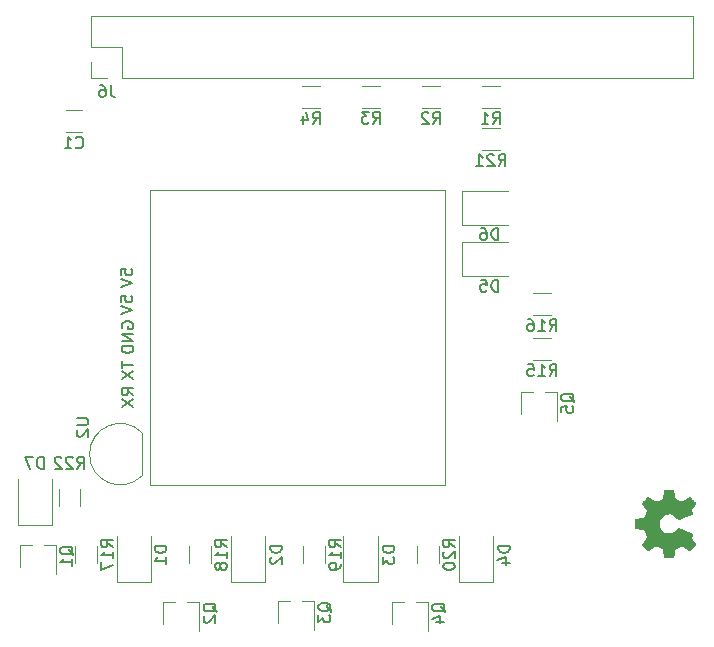
<source format=gbo>
G04 #@! TF.GenerationSoftware,KiCad,Pcbnew,7.0.6-0*
G04 #@! TF.CreationDate,2023-08-09T16:13:05+01:00*
G04 #@! TF.ProjectId,Klipper Fan Hat,4b6c6970-7065-4722-9046-616e20486174,V2*
G04 #@! TF.SameCoordinates,Original*
G04 #@! TF.FileFunction,Legend,Bot*
G04 #@! TF.FilePolarity,Positive*
%FSLAX46Y46*%
G04 Gerber Fmt 4.6, Leading zero omitted, Abs format (unit mm)*
G04 Created by KiCad (PCBNEW 7.0.6-0) date 2023-08-09 16:13:05*
%MOMM*%
%LPD*%
G01*
G04 APERTURE LIST*
%ADD10C,0.120000*%
%ADD11C,0.150000*%
G04 APERTURE END LIST*
D10*
X112000000Y-59614000D02*
X137000000Y-59614000D01*
X137000000Y-84614000D01*
X112000000Y-84614000D01*
X112000000Y-59614000D01*
D11*
X109614819Y-74092095D02*
X109614819Y-74663523D01*
X110614819Y-74377809D02*
X109614819Y-74377809D01*
X109614819Y-74901619D02*
X110614819Y-75568285D01*
X109614819Y-75568285D02*
X110614819Y-74901619D01*
X110614819Y-76973333D02*
X110138628Y-76640000D01*
X110614819Y-76401905D02*
X109614819Y-76401905D01*
X109614819Y-76401905D02*
X109614819Y-76782857D01*
X109614819Y-76782857D02*
X109662438Y-76878095D01*
X109662438Y-76878095D02*
X109710057Y-76925714D01*
X109710057Y-76925714D02*
X109805295Y-76973333D01*
X109805295Y-76973333D02*
X109948152Y-76973333D01*
X109948152Y-76973333D02*
X110043390Y-76925714D01*
X110043390Y-76925714D02*
X110091009Y-76878095D01*
X110091009Y-76878095D02*
X110138628Y-76782857D01*
X110138628Y-76782857D02*
X110138628Y-76401905D01*
X109614819Y-77306667D02*
X110614819Y-77973333D01*
X109614819Y-77973333D02*
X110614819Y-77306667D01*
X109662438Y-71298095D02*
X109614819Y-71202857D01*
X109614819Y-71202857D02*
X109614819Y-71060000D01*
X109614819Y-71060000D02*
X109662438Y-70917143D01*
X109662438Y-70917143D02*
X109757676Y-70821905D01*
X109757676Y-70821905D02*
X109852914Y-70774286D01*
X109852914Y-70774286D02*
X110043390Y-70726667D01*
X110043390Y-70726667D02*
X110186247Y-70726667D01*
X110186247Y-70726667D02*
X110376723Y-70774286D01*
X110376723Y-70774286D02*
X110471961Y-70821905D01*
X110471961Y-70821905D02*
X110567200Y-70917143D01*
X110567200Y-70917143D02*
X110614819Y-71060000D01*
X110614819Y-71060000D02*
X110614819Y-71155238D01*
X110614819Y-71155238D02*
X110567200Y-71298095D01*
X110567200Y-71298095D02*
X110519580Y-71345714D01*
X110519580Y-71345714D02*
X110186247Y-71345714D01*
X110186247Y-71345714D02*
X110186247Y-71155238D01*
X110614819Y-71774286D02*
X109614819Y-71774286D01*
X109614819Y-71774286D02*
X110614819Y-72345714D01*
X110614819Y-72345714D02*
X109614819Y-72345714D01*
X110614819Y-72821905D02*
X109614819Y-72821905D01*
X109614819Y-72821905D02*
X109614819Y-73060000D01*
X109614819Y-73060000D02*
X109662438Y-73202857D01*
X109662438Y-73202857D02*
X109757676Y-73298095D01*
X109757676Y-73298095D02*
X109852914Y-73345714D01*
X109852914Y-73345714D02*
X110043390Y-73393333D01*
X110043390Y-73393333D02*
X110186247Y-73393333D01*
X110186247Y-73393333D02*
X110376723Y-73345714D01*
X110376723Y-73345714D02*
X110471961Y-73298095D01*
X110471961Y-73298095D02*
X110567200Y-73202857D01*
X110567200Y-73202857D02*
X110614819Y-73060000D01*
X110614819Y-73060000D02*
X110614819Y-72821905D01*
X109537819Y-69062969D02*
X109537819Y-68586779D01*
X109537819Y-68586779D02*
X110014009Y-68539160D01*
X110014009Y-68539160D02*
X109966390Y-68586779D01*
X109966390Y-68586779D02*
X109918771Y-68682017D01*
X109918771Y-68682017D02*
X109918771Y-68920112D01*
X109918771Y-68920112D02*
X109966390Y-69015350D01*
X109966390Y-69015350D02*
X110014009Y-69062969D01*
X110014009Y-69062969D02*
X110109247Y-69110588D01*
X110109247Y-69110588D02*
X110347342Y-69110588D01*
X110347342Y-69110588D02*
X110442580Y-69062969D01*
X110442580Y-69062969D02*
X110490200Y-69015350D01*
X110490200Y-69015350D02*
X110537819Y-68920112D01*
X110537819Y-68920112D02*
X110537819Y-68682017D01*
X110537819Y-68682017D02*
X110490200Y-68586779D01*
X110490200Y-68586779D02*
X110442580Y-68539160D01*
X109537819Y-69396303D02*
X110537819Y-69729636D01*
X110537819Y-69729636D02*
X109537819Y-70062969D01*
X109537819Y-66776969D02*
X109537819Y-66300779D01*
X109537819Y-66300779D02*
X110014009Y-66253160D01*
X110014009Y-66253160D02*
X109966390Y-66300779D01*
X109966390Y-66300779D02*
X109918771Y-66396017D01*
X109918771Y-66396017D02*
X109918771Y-66634112D01*
X109918771Y-66634112D02*
X109966390Y-66729350D01*
X109966390Y-66729350D02*
X110014009Y-66776969D01*
X110014009Y-66776969D02*
X110109247Y-66824588D01*
X110109247Y-66824588D02*
X110347342Y-66824588D01*
X110347342Y-66824588D02*
X110442580Y-66776969D01*
X110442580Y-66776969D02*
X110490200Y-66729350D01*
X110490200Y-66729350D02*
X110537819Y-66634112D01*
X110537819Y-66634112D02*
X110537819Y-66396017D01*
X110537819Y-66396017D02*
X110490200Y-66300779D01*
X110490200Y-66300779D02*
X110442580Y-66253160D01*
X109537819Y-67110303D02*
X110537819Y-67443636D01*
X110537819Y-67443636D02*
X109537819Y-67776969D01*
X108703333Y-50724819D02*
X108703333Y-51439104D01*
X108703333Y-51439104D02*
X108750952Y-51581961D01*
X108750952Y-51581961D02*
X108846190Y-51677200D01*
X108846190Y-51677200D02*
X108989047Y-51724819D01*
X108989047Y-51724819D02*
X109084285Y-51724819D01*
X107798571Y-50724819D02*
X107989047Y-50724819D01*
X107989047Y-50724819D02*
X108084285Y-50772438D01*
X108084285Y-50772438D02*
X108131904Y-50820057D01*
X108131904Y-50820057D02*
X108227142Y-50962914D01*
X108227142Y-50962914D02*
X108274761Y-51153390D01*
X108274761Y-51153390D02*
X108274761Y-51534342D01*
X108274761Y-51534342D02*
X108227142Y-51629580D01*
X108227142Y-51629580D02*
X108179523Y-51677200D01*
X108179523Y-51677200D02*
X108084285Y-51724819D01*
X108084285Y-51724819D02*
X107893809Y-51724819D01*
X107893809Y-51724819D02*
X107798571Y-51677200D01*
X107798571Y-51677200D02*
X107750952Y-51629580D01*
X107750952Y-51629580D02*
X107703333Y-51534342D01*
X107703333Y-51534342D02*
X107703333Y-51296247D01*
X107703333Y-51296247D02*
X107750952Y-51201009D01*
X107750952Y-51201009D02*
X107798571Y-51153390D01*
X107798571Y-51153390D02*
X107893809Y-51105771D01*
X107893809Y-51105771D02*
X108084285Y-51105771D01*
X108084285Y-51105771D02*
X108179523Y-51153390D01*
X108179523Y-51153390D02*
X108227142Y-51201009D01*
X108227142Y-51201009D02*
X108274761Y-51296247D01*
X105540057Y-90506761D02*
X105492438Y-90411523D01*
X105492438Y-90411523D02*
X105397200Y-90316285D01*
X105397200Y-90316285D02*
X105254342Y-90173428D01*
X105254342Y-90173428D02*
X105206723Y-90078190D01*
X105206723Y-90078190D02*
X105206723Y-89982952D01*
X105444819Y-90030571D02*
X105397200Y-89935333D01*
X105397200Y-89935333D02*
X105301961Y-89840095D01*
X105301961Y-89840095D02*
X105111485Y-89792476D01*
X105111485Y-89792476D02*
X104778152Y-89792476D01*
X104778152Y-89792476D02*
X104587676Y-89840095D01*
X104587676Y-89840095D02*
X104492438Y-89935333D01*
X104492438Y-89935333D02*
X104444819Y-90030571D01*
X104444819Y-90030571D02*
X104444819Y-90221047D01*
X104444819Y-90221047D02*
X104492438Y-90316285D01*
X104492438Y-90316285D02*
X104587676Y-90411523D01*
X104587676Y-90411523D02*
X104778152Y-90459142D01*
X104778152Y-90459142D02*
X105111485Y-90459142D01*
X105111485Y-90459142D02*
X105301961Y-90411523D01*
X105301961Y-90411523D02*
X105397200Y-90316285D01*
X105397200Y-90316285D02*
X105444819Y-90221047D01*
X105444819Y-90221047D02*
X105444819Y-90030571D01*
X105444819Y-91411523D02*
X105444819Y-90840095D01*
X105444819Y-91125809D02*
X104444819Y-91125809D01*
X104444819Y-91125809D02*
X104587676Y-91030571D01*
X104587676Y-91030571D02*
X104682914Y-90935333D01*
X104682914Y-90935333D02*
X104730533Y-90840095D01*
X141060666Y-54014819D02*
X141393999Y-53538628D01*
X141632094Y-54014819D02*
X141632094Y-53014819D01*
X141632094Y-53014819D02*
X141251142Y-53014819D01*
X141251142Y-53014819D02*
X141155904Y-53062438D01*
X141155904Y-53062438D02*
X141108285Y-53110057D01*
X141108285Y-53110057D02*
X141060666Y-53205295D01*
X141060666Y-53205295D02*
X141060666Y-53348152D01*
X141060666Y-53348152D02*
X141108285Y-53443390D01*
X141108285Y-53443390D02*
X141155904Y-53491009D01*
X141155904Y-53491009D02*
X141251142Y-53538628D01*
X141251142Y-53538628D02*
X141632094Y-53538628D01*
X140108285Y-54014819D02*
X140679713Y-54014819D01*
X140393999Y-54014819D02*
X140393999Y-53014819D01*
X140393999Y-53014819D02*
X140489237Y-53157676D01*
X140489237Y-53157676D02*
X140584475Y-53252914D01*
X140584475Y-53252914D02*
X140679713Y-53300533D01*
X113408819Y-89736905D02*
X112408819Y-89736905D01*
X112408819Y-89736905D02*
X112408819Y-89975000D01*
X112408819Y-89975000D02*
X112456438Y-90117857D01*
X112456438Y-90117857D02*
X112551676Y-90213095D01*
X112551676Y-90213095D02*
X112646914Y-90260714D01*
X112646914Y-90260714D02*
X112837390Y-90308333D01*
X112837390Y-90308333D02*
X112980247Y-90308333D01*
X112980247Y-90308333D02*
X113170723Y-90260714D01*
X113170723Y-90260714D02*
X113265961Y-90213095D01*
X113265961Y-90213095D02*
X113361200Y-90117857D01*
X113361200Y-90117857D02*
X113408819Y-89975000D01*
X113408819Y-89975000D02*
X113408819Y-89736905D01*
X113408819Y-91260714D02*
X113408819Y-90689286D01*
X113408819Y-90975000D02*
X112408819Y-90975000D01*
X112408819Y-90975000D02*
X112551676Y-90879762D01*
X112551676Y-90879762D02*
X112646914Y-90784524D01*
X112646914Y-90784524D02*
X112694533Y-90689286D01*
X105849857Y-83182819D02*
X106183190Y-82706628D01*
X106421285Y-83182819D02*
X106421285Y-82182819D01*
X106421285Y-82182819D02*
X106040333Y-82182819D01*
X106040333Y-82182819D02*
X105945095Y-82230438D01*
X105945095Y-82230438D02*
X105897476Y-82278057D01*
X105897476Y-82278057D02*
X105849857Y-82373295D01*
X105849857Y-82373295D02*
X105849857Y-82516152D01*
X105849857Y-82516152D02*
X105897476Y-82611390D01*
X105897476Y-82611390D02*
X105945095Y-82659009D01*
X105945095Y-82659009D02*
X106040333Y-82706628D01*
X106040333Y-82706628D02*
X106421285Y-82706628D01*
X105468904Y-82278057D02*
X105421285Y-82230438D01*
X105421285Y-82230438D02*
X105326047Y-82182819D01*
X105326047Y-82182819D02*
X105087952Y-82182819D01*
X105087952Y-82182819D02*
X104992714Y-82230438D01*
X104992714Y-82230438D02*
X104945095Y-82278057D01*
X104945095Y-82278057D02*
X104897476Y-82373295D01*
X104897476Y-82373295D02*
X104897476Y-82468533D01*
X104897476Y-82468533D02*
X104945095Y-82611390D01*
X104945095Y-82611390D02*
X105516523Y-83182819D01*
X105516523Y-83182819D02*
X104897476Y-83182819D01*
X104516523Y-82278057D02*
X104468904Y-82230438D01*
X104468904Y-82230438D02*
X104373666Y-82182819D01*
X104373666Y-82182819D02*
X104135571Y-82182819D01*
X104135571Y-82182819D02*
X104040333Y-82230438D01*
X104040333Y-82230438D02*
X103992714Y-82278057D01*
X103992714Y-82278057D02*
X103945095Y-82373295D01*
X103945095Y-82373295D02*
X103945095Y-82468533D01*
X103945095Y-82468533D02*
X103992714Y-82611390D01*
X103992714Y-82611390D02*
X104564142Y-83182819D01*
X104564142Y-83182819D02*
X103945095Y-83182819D01*
X105804819Y-78918095D02*
X106614342Y-78918095D01*
X106614342Y-78918095D02*
X106709580Y-78965714D01*
X106709580Y-78965714D02*
X106757200Y-79013333D01*
X106757200Y-79013333D02*
X106804819Y-79108571D01*
X106804819Y-79108571D02*
X106804819Y-79299047D01*
X106804819Y-79299047D02*
X106757200Y-79394285D01*
X106757200Y-79394285D02*
X106709580Y-79441904D01*
X106709580Y-79441904D02*
X106614342Y-79489523D01*
X106614342Y-79489523D02*
X105804819Y-79489523D01*
X105900057Y-79918095D02*
X105852438Y-79965714D01*
X105852438Y-79965714D02*
X105804819Y-80060952D01*
X105804819Y-80060952D02*
X105804819Y-80299047D01*
X105804819Y-80299047D02*
X105852438Y-80394285D01*
X105852438Y-80394285D02*
X105900057Y-80441904D01*
X105900057Y-80441904D02*
X105995295Y-80489523D01*
X105995295Y-80489523D02*
X106090533Y-80489523D01*
X106090533Y-80489523D02*
X106233390Y-80441904D01*
X106233390Y-80441904D02*
X106804819Y-79870476D01*
X106804819Y-79870476D02*
X106804819Y-80489523D01*
X142491819Y-89736905D02*
X141491819Y-89736905D01*
X141491819Y-89736905D02*
X141491819Y-89975000D01*
X141491819Y-89975000D02*
X141539438Y-90117857D01*
X141539438Y-90117857D02*
X141634676Y-90213095D01*
X141634676Y-90213095D02*
X141729914Y-90260714D01*
X141729914Y-90260714D02*
X141920390Y-90308333D01*
X141920390Y-90308333D02*
X142063247Y-90308333D01*
X142063247Y-90308333D02*
X142253723Y-90260714D01*
X142253723Y-90260714D02*
X142348961Y-90213095D01*
X142348961Y-90213095D02*
X142444200Y-90117857D01*
X142444200Y-90117857D02*
X142491819Y-89975000D01*
X142491819Y-89975000D02*
X142491819Y-89736905D01*
X141825152Y-91165476D02*
X142491819Y-91165476D01*
X141444200Y-90927381D02*
X142158485Y-90689286D01*
X142158485Y-90689286D02*
X142158485Y-91308333D01*
X118530819Y-89832142D02*
X118054628Y-89498809D01*
X118530819Y-89260714D02*
X117530819Y-89260714D01*
X117530819Y-89260714D02*
X117530819Y-89641666D01*
X117530819Y-89641666D02*
X117578438Y-89736904D01*
X117578438Y-89736904D02*
X117626057Y-89784523D01*
X117626057Y-89784523D02*
X117721295Y-89832142D01*
X117721295Y-89832142D02*
X117864152Y-89832142D01*
X117864152Y-89832142D02*
X117959390Y-89784523D01*
X117959390Y-89784523D02*
X118007009Y-89736904D01*
X118007009Y-89736904D02*
X118054628Y-89641666D01*
X118054628Y-89641666D02*
X118054628Y-89260714D01*
X118530819Y-90784523D02*
X118530819Y-90213095D01*
X118530819Y-90498809D02*
X117530819Y-90498809D01*
X117530819Y-90498809D02*
X117673676Y-90403571D01*
X117673676Y-90403571D02*
X117768914Y-90308333D01*
X117768914Y-90308333D02*
X117816533Y-90213095D01*
X117959390Y-91355952D02*
X117911771Y-91260714D01*
X117911771Y-91260714D02*
X117864152Y-91213095D01*
X117864152Y-91213095D02*
X117768914Y-91165476D01*
X117768914Y-91165476D02*
X117721295Y-91165476D01*
X117721295Y-91165476D02*
X117626057Y-91213095D01*
X117626057Y-91213095D02*
X117578438Y-91260714D01*
X117578438Y-91260714D02*
X117530819Y-91355952D01*
X117530819Y-91355952D02*
X117530819Y-91546428D01*
X117530819Y-91546428D02*
X117578438Y-91641666D01*
X117578438Y-91641666D02*
X117626057Y-91689285D01*
X117626057Y-91689285D02*
X117721295Y-91736904D01*
X117721295Y-91736904D02*
X117768914Y-91736904D01*
X117768914Y-91736904D02*
X117864152Y-91689285D01*
X117864152Y-91689285D02*
X117911771Y-91641666D01*
X117911771Y-91641666D02*
X117959390Y-91546428D01*
X117959390Y-91546428D02*
X117959390Y-91355952D01*
X117959390Y-91355952D02*
X118007009Y-91260714D01*
X118007009Y-91260714D02*
X118054628Y-91213095D01*
X118054628Y-91213095D02*
X118149866Y-91165476D01*
X118149866Y-91165476D02*
X118340342Y-91165476D01*
X118340342Y-91165476D02*
X118435580Y-91213095D01*
X118435580Y-91213095D02*
X118483200Y-91260714D01*
X118483200Y-91260714D02*
X118530819Y-91355952D01*
X118530819Y-91355952D02*
X118530819Y-91546428D01*
X118530819Y-91546428D02*
X118483200Y-91641666D01*
X118483200Y-91641666D02*
X118435580Y-91689285D01*
X118435580Y-91689285D02*
X118340342Y-91736904D01*
X118340342Y-91736904D02*
X118149866Y-91736904D01*
X118149866Y-91736904D02*
X118054628Y-91689285D01*
X118054628Y-91689285D02*
X118007009Y-91641666D01*
X118007009Y-91641666D02*
X117959390Y-91546428D01*
X108878819Y-89832142D02*
X108402628Y-89498809D01*
X108878819Y-89260714D02*
X107878819Y-89260714D01*
X107878819Y-89260714D02*
X107878819Y-89641666D01*
X107878819Y-89641666D02*
X107926438Y-89736904D01*
X107926438Y-89736904D02*
X107974057Y-89784523D01*
X107974057Y-89784523D02*
X108069295Y-89832142D01*
X108069295Y-89832142D02*
X108212152Y-89832142D01*
X108212152Y-89832142D02*
X108307390Y-89784523D01*
X108307390Y-89784523D02*
X108355009Y-89736904D01*
X108355009Y-89736904D02*
X108402628Y-89641666D01*
X108402628Y-89641666D02*
X108402628Y-89260714D01*
X108878819Y-90784523D02*
X108878819Y-90213095D01*
X108878819Y-90498809D02*
X107878819Y-90498809D01*
X107878819Y-90498809D02*
X108021676Y-90403571D01*
X108021676Y-90403571D02*
X108116914Y-90308333D01*
X108116914Y-90308333D02*
X108164533Y-90213095D01*
X107878819Y-91117857D02*
X107878819Y-91784523D01*
X107878819Y-91784523D02*
X108878819Y-91355952D01*
X125820666Y-54014819D02*
X126153999Y-53538628D01*
X126392094Y-54014819D02*
X126392094Y-53014819D01*
X126392094Y-53014819D02*
X126011142Y-53014819D01*
X126011142Y-53014819D02*
X125915904Y-53062438D01*
X125915904Y-53062438D02*
X125868285Y-53110057D01*
X125868285Y-53110057D02*
X125820666Y-53205295D01*
X125820666Y-53205295D02*
X125820666Y-53348152D01*
X125820666Y-53348152D02*
X125868285Y-53443390D01*
X125868285Y-53443390D02*
X125915904Y-53491009D01*
X125915904Y-53491009D02*
X126011142Y-53538628D01*
X126011142Y-53538628D02*
X126392094Y-53538628D01*
X124963523Y-53348152D02*
X124963523Y-54014819D01*
X125201618Y-52967200D02*
X125439713Y-53681485D01*
X125439713Y-53681485D02*
X124820666Y-53681485D01*
X123187819Y-89736905D02*
X122187819Y-89736905D01*
X122187819Y-89736905D02*
X122187819Y-89975000D01*
X122187819Y-89975000D02*
X122235438Y-90117857D01*
X122235438Y-90117857D02*
X122330676Y-90213095D01*
X122330676Y-90213095D02*
X122425914Y-90260714D01*
X122425914Y-90260714D02*
X122616390Y-90308333D01*
X122616390Y-90308333D02*
X122759247Y-90308333D01*
X122759247Y-90308333D02*
X122949723Y-90260714D01*
X122949723Y-90260714D02*
X123044961Y-90213095D01*
X123044961Y-90213095D02*
X123140200Y-90117857D01*
X123140200Y-90117857D02*
X123187819Y-89975000D01*
X123187819Y-89975000D02*
X123187819Y-89736905D01*
X122283057Y-90689286D02*
X122235438Y-90736905D01*
X122235438Y-90736905D02*
X122187819Y-90832143D01*
X122187819Y-90832143D02*
X122187819Y-91070238D01*
X122187819Y-91070238D02*
X122235438Y-91165476D01*
X122235438Y-91165476D02*
X122283057Y-91213095D01*
X122283057Y-91213095D02*
X122378295Y-91260714D01*
X122378295Y-91260714D02*
X122473533Y-91260714D01*
X122473533Y-91260714D02*
X122616390Y-91213095D01*
X122616390Y-91213095D02*
X123187819Y-90641667D01*
X123187819Y-90641667D02*
X123187819Y-91260714D01*
X127384057Y-95292761D02*
X127336438Y-95197523D01*
X127336438Y-95197523D02*
X127241200Y-95102285D01*
X127241200Y-95102285D02*
X127098342Y-94959428D01*
X127098342Y-94959428D02*
X127050723Y-94864190D01*
X127050723Y-94864190D02*
X127050723Y-94768952D01*
X127288819Y-94816571D02*
X127241200Y-94721333D01*
X127241200Y-94721333D02*
X127145961Y-94626095D01*
X127145961Y-94626095D02*
X126955485Y-94578476D01*
X126955485Y-94578476D02*
X126622152Y-94578476D01*
X126622152Y-94578476D02*
X126431676Y-94626095D01*
X126431676Y-94626095D02*
X126336438Y-94721333D01*
X126336438Y-94721333D02*
X126288819Y-94816571D01*
X126288819Y-94816571D02*
X126288819Y-95007047D01*
X126288819Y-95007047D02*
X126336438Y-95102285D01*
X126336438Y-95102285D02*
X126431676Y-95197523D01*
X126431676Y-95197523D02*
X126622152Y-95245142D01*
X126622152Y-95245142D02*
X126955485Y-95245142D01*
X126955485Y-95245142D02*
X127145961Y-95197523D01*
X127145961Y-95197523D02*
X127241200Y-95102285D01*
X127241200Y-95102285D02*
X127288819Y-95007047D01*
X127288819Y-95007047D02*
X127288819Y-94816571D01*
X126288819Y-95578476D02*
X126288819Y-96197523D01*
X126288819Y-96197523D02*
X126669771Y-95864190D01*
X126669771Y-95864190D02*
X126669771Y-96007047D01*
X126669771Y-96007047D02*
X126717390Y-96102285D01*
X126717390Y-96102285D02*
X126765009Y-96149904D01*
X126765009Y-96149904D02*
X126860247Y-96197523D01*
X126860247Y-96197523D02*
X127098342Y-96197523D01*
X127098342Y-96197523D02*
X127193580Y-96149904D01*
X127193580Y-96149904D02*
X127241200Y-96102285D01*
X127241200Y-96102285D02*
X127288819Y-96007047D01*
X127288819Y-96007047D02*
X127288819Y-95721333D01*
X127288819Y-95721333D02*
X127241200Y-95626095D01*
X127241200Y-95626095D02*
X127193580Y-95578476D01*
X145854857Y-71540819D02*
X146188190Y-71064628D01*
X146426285Y-71540819D02*
X146426285Y-70540819D01*
X146426285Y-70540819D02*
X146045333Y-70540819D01*
X146045333Y-70540819D02*
X145950095Y-70588438D01*
X145950095Y-70588438D02*
X145902476Y-70636057D01*
X145902476Y-70636057D02*
X145854857Y-70731295D01*
X145854857Y-70731295D02*
X145854857Y-70874152D01*
X145854857Y-70874152D02*
X145902476Y-70969390D01*
X145902476Y-70969390D02*
X145950095Y-71017009D01*
X145950095Y-71017009D02*
X146045333Y-71064628D01*
X146045333Y-71064628D02*
X146426285Y-71064628D01*
X144902476Y-71540819D02*
X145473904Y-71540819D01*
X145188190Y-71540819D02*
X145188190Y-70540819D01*
X145188190Y-70540819D02*
X145283428Y-70683676D01*
X145283428Y-70683676D02*
X145378666Y-70778914D01*
X145378666Y-70778914D02*
X145473904Y-70826533D01*
X144045333Y-70540819D02*
X144235809Y-70540819D01*
X144235809Y-70540819D02*
X144331047Y-70588438D01*
X144331047Y-70588438D02*
X144378666Y-70636057D01*
X144378666Y-70636057D02*
X144473904Y-70778914D01*
X144473904Y-70778914D02*
X144521523Y-70969390D01*
X144521523Y-70969390D02*
X144521523Y-71350342D01*
X144521523Y-71350342D02*
X144473904Y-71445580D01*
X144473904Y-71445580D02*
X144426285Y-71493200D01*
X144426285Y-71493200D02*
X144331047Y-71540819D01*
X144331047Y-71540819D02*
X144140571Y-71540819D01*
X144140571Y-71540819D02*
X144045333Y-71493200D01*
X144045333Y-71493200D02*
X143997714Y-71445580D01*
X143997714Y-71445580D02*
X143950095Y-71350342D01*
X143950095Y-71350342D02*
X143950095Y-71112247D01*
X143950095Y-71112247D02*
X143997714Y-71017009D01*
X143997714Y-71017009D02*
X144045333Y-70969390D01*
X144045333Y-70969390D02*
X144140571Y-70921771D01*
X144140571Y-70921771D02*
X144331047Y-70921771D01*
X144331047Y-70921771D02*
X144426285Y-70969390D01*
X144426285Y-70969390D02*
X144473904Y-71017009D01*
X144473904Y-71017009D02*
X144521523Y-71112247D01*
X105754666Y-55981580D02*
X105802285Y-56029200D01*
X105802285Y-56029200D02*
X105945142Y-56076819D01*
X105945142Y-56076819D02*
X106040380Y-56076819D01*
X106040380Y-56076819D02*
X106183237Y-56029200D01*
X106183237Y-56029200D02*
X106278475Y-55933961D01*
X106278475Y-55933961D02*
X106326094Y-55838723D01*
X106326094Y-55838723D02*
X106373713Y-55648247D01*
X106373713Y-55648247D02*
X106373713Y-55505390D01*
X106373713Y-55505390D02*
X106326094Y-55314914D01*
X106326094Y-55314914D02*
X106278475Y-55219676D01*
X106278475Y-55219676D02*
X106183237Y-55124438D01*
X106183237Y-55124438D02*
X106040380Y-55076819D01*
X106040380Y-55076819D02*
X105945142Y-55076819D01*
X105945142Y-55076819D02*
X105802285Y-55124438D01*
X105802285Y-55124438D02*
X105754666Y-55172057D01*
X104802285Y-56076819D02*
X105373713Y-56076819D01*
X105087999Y-56076819D02*
X105087999Y-55076819D01*
X105087999Y-55076819D02*
X105183237Y-55219676D01*
X105183237Y-55219676D02*
X105278475Y-55314914D01*
X105278475Y-55314914D02*
X105373713Y-55362533D01*
X141505094Y-63828019D02*
X141505094Y-62828019D01*
X141505094Y-62828019D02*
X141266999Y-62828019D01*
X141266999Y-62828019D02*
X141124142Y-62875638D01*
X141124142Y-62875638D02*
X141028904Y-62970876D01*
X141028904Y-62970876D02*
X140981285Y-63066114D01*
X140981285Y-63066114D02*
X140933666Y-63256590D01*
X140933666Y-63256590D02*
X140933666Y-63399447D01*
X140933666Y-63399447D02*
X140981285Y-63589923D01*
X140981285Y-63589923D02*
X141028904Y-63685161D01*
X141028904Y-63685161D02*
X141124142Y-63780400D01*
X141124142Y-63780400D02*
X141266999Y-63828019D01*
X141266999Y-63828019D02*
X141505094Y-63828019D01*
X140076523Y-62828019D02*
X140266999Y-62828019D01*
X140266999Y-62828019D02*
X140362237Y-62875638D01*
X140362237Y-62875638D02*
X140409856Y-62923257D01*
X140409856Y-62923257D02*
X140505094Y-63066114D01*
X140505094Y-63066114D02*
X140552713Y-63256590D01*
X140552713Y-63256590D02*
X140552713Y-63637542D01*
X140552713Y-63637542D02*
X140505094Y-63732780D01*
X140505094Y-63732780D02*
X140457475Y-63780400D01*
X140457475Y-63780400D02*
X140362237Y-63828019D01*
X140362237Y-63828019D02*
X140171761Y-63828019D01*
X140171761Y-63828019D02*
X140076523Y-63780400D01*
X140076523Y-63780400D02*
X140028904Y-63732780D01*
X140028904Y-63732780D02*
X139981285Y-63637542D01*
X139981285Y-63637542D02*
X139981285Y-63399447D01*
X139981285Y-63399447D02*
X140028904Y-63304209D01*
X140028904Y-63304209D02*
X140076523Y-63256590D01*
X140076523Y-63256590D02*
X140171761Y-63208971D01*
X140171761Y-63208971D02*
X140362237Y-63208971D01*
X140362237Y-63208971D02*
X140457475Y-63256590D01*
X140457475Y-63256590D02*
X140505094Y-63304209D01*
X140505094Y-63304209D02*
X140552713Y-63399447D01*
X147958057Y-77552761D02*
X147910438Y-77457523D01*
X147910438Y-77457523D02*
X147815200Y-77362285D01*
X147815200Y-77362285D02*
X147672342Y-77219428D01*
X147672342Y-77219428D02*
X147624723Y-77124190D01*
X147624723Y-77124190D02*
X147624723Y-77028952D01*
X147862819Y-77076571D02*
X147815200Y-76981333D01*
X147815200Y-76981333D02*
X147719961Y-76886095D01*
X147719961Y-76886095D02*
X147529485Y-76838476D01*
X147529485Y-76838476D02*
X147196152Y-76838476D01*
X147196152Y-76838476D02*
X147005676Y-76886095D01*
X147005676Y-76886095D02*
X146910438Y-76981333D01*
X146910438Y-76981333D02*
X146862819Y-77076571D01*
X146862819Y-77076571D02*
X146862819Y-77267047D01*
X146862819Y-77267047D02*
X146910438Y-77362285D01*
X146910438Y-77362285D02*
X147005676Y-77457523D01*
X147005676Y-77457523D02*
X147196152Y-77505142D01*
X147196152Y-77505142D02*
X147529485Y-77505142D01*
X147529485Y-77505142D02*
X147719961Y-77457523D01*
X147719961Y-77457523D02*
X147815200Y-77362285D01*
X147815200Y-77362285D02*
X147862819Y-77267047D01*
X147862819Y-77267047D02*
X147862819Y-77076571D01*
X146862819Y-78409904D02*
X146862819Y-77933714D01*
X146862819Y-77933714D02*
X147339009Y-77886095D01*
X147339009Y-77886095D02*
X147291390Y-77933714D01*
X147291390Y-77933714D02*
X147243771Y-78028952D01*
X147243771Y-78028952D02*
X147243771Y-78267047D01*
X147243771Y-78267047D02*
X147291390Y-78362285D01*
X147291390Y-78362285D02*
X147339009Y-78409904D01*
X147339009Y-78409904D02*
X147434247Y-78457523D01*
X147434247Y-78457523D02*
X147672342Y-78457523D01*
X147672342Y-78457523D02*
X147767580Y-78409904D01*
X147767580Y-78409904D02*
X147815200Y-78362285D01*
X147815200Y-78362285D02*
X147862819Y-78267047D01*
X147862819Y-78267047D02*
X147862819Y-78028952D01*
X147862819Y-78028952D02*
X147815200Y-77933714D01*
X147815200Y-77933714D02*
X147767580Y-77886095D01*
X137834819Y-89832142D02*
X137358628Y-89498809D01*
X137834819Y-89260714D02*
X136834819Y-89260714D01*
X136834819Y-89260714D02*
X136834819Y-89641666D01*
X136834819Y-89641666D02*
X136882438Y-89736904D01*
X136882438Y-89736904D02*
X136930057Y-89784523D01*
X136930057Y-89784523D02*
X137025295Y-89832142D01*
X137025295Y-89832142D02*
X137168152Y-89832142D01*
X137168152Y-89832142D02*
X137263390Y-89784523D01*
X137263390Y-89784523D02*
X137311009Y-89736904D01*
X137311009Y-89736904D02*
X137358628Y-89641666D01*
X137358628Y-89641666D02*
X137358628Y-89260714D01*
X136930057Y-90213095D02*
X136882438Y-90260714D01*
X136882438Y-90260714D02*
X136834819Y-90355952D01*
X136834819Y-90355952D02*
X136834819Y-90594047D01*
X136834819Y-90594047D02*
X136882438Y-90689285D01*
X136882438Y-90689285D02*
X136930057Y-90736904D01*
X136930057Y-90736904D02*
X137025295Y-90784523D01*
X137025295Y-90784523D02*
X137120533Y-90784523D01*
X137120533Y-90784523D02*
X137263390Y-90736904D01*
X137263390Y-90736904D02*
X137834819Y-90165476D01*
X137834819Y-90165476D02*
X137834819Y-90784523D01*
X136834819Y-91403571D02*
X136834819Y-91498809D01*
X136834819Y-91498809D02*
X136882438Y-91594047D01*
X136882438Y-91594047D02*
X136930057Y-91641666D01*
X136930057Y-91641666D02*
X137025295Y-91689285D01*
X137025295Y-91689285D02*
X137215771Y-91736904D01*
X137215771Y-91736904D02*
X137453866Y-91736904D01*
X137453866Y-91736904D02*
X137644342Y-91689285D01*
X137644342Y-91689285D02*
X137739580Y-91641666D01*
X137739580Y-91641666D02*
X137787200Y-91594047D01*
X137787200Y-91594047D02*
X137834819Y-91498809D01*
X137834819Y-91498809D02*
X137834819Y-91403571D01*
X137834819Y-91403571D02*
X137787200Y-91308333D01*
X137787200Y-91308333D02*
X137739580Y-91260714D01*
X137739580Y-91260714D02*
X137644342Y-91213095D01*
X137644342Y-91213095D02*
X137453866Y-91165476D01*
X137453866Y-91165476D02*
X137215771Y-91165476D01*
X137215771Y-91165476D02*
X137025295Y-91213095D01*
X137025295Y-91213095D02*
X136930057Y-91260714D01*
X136930057Y-91260714D02*
X136882438Y-91308333D01*
X136882438Y-91308333D02*
X136834819Y-91403571D01*
X137036057Y-95332761D02*
X136988438Y-95237523D01*
X136988438Y-95237523D02*
X136893200Y-95142285D01*
X136893200Y-95142285D02*
X136750342Y-94999428D01*
X136750342Y-94999428D02*
X136702723Y-94904190D01*
X136702723Y-94904190D02*
X136702723Y-94808952D01*
X136940819Y-94856571D02*
X136893200Y-94761333D01*
X136893200Y-94761333D02*
X136797961Y-94666095D01*
X136797961Y-94666095D02*
X136607485Y-94618476D01*
X136607485Y-94618476D02*
X136274152Y-94618476D01*
X136274152Y-94618476D02*
X136083676Y-94666095D01*
X136083676Y-94666095D02*
X135988438Y-94761333D01*
X135988438Y-94761333D02*
X135940819Y-94856571D01*
X135940819Y-94856571D02*
X135940819Y-95047047D01*
X135940819Y-95047047D02*
X135988438Y-95142285D01*
X135988438Y-95142285D02*
X136083676Y-95237523D01*
X136083676Y-95237523D02*
X136274152Y-95285142D01*
X136274152Y-95285142D02*
X136607485Y-95285142D01*
X136607485Y-95285142D02*
X136797961Y-95237523D01*
X136797961Y-95237523D02*
X136893200Y-95142285D01*
X136893200Y-95142285D02*
X136940819Y-95047047D01*
X136940819Y-95047047D02*
X136940819Y-94856571D01*
X136274152Y-96142285D02*
X136940819Y-96142285D01*
X135893200Y-95904190D02*
X136607485Y-95666095D01*
X136607485Y-95666095D02*
X136607485Y-96285142D01*
X117666057Y-95332761D02*
X117618438Y-95237523D01*
X117618438Y-95237523D02*
X117523200Y-95142285D01*
X117523200Y-95142285D02*
X117380342Y-94999428D01*
X117380342Y-94999428D02*
X117332723Y-94904190D01*
X117332723Y-94904190D02*
X117332723Y-94808952D01*
X117570819Y-94856571D02*
X117523200Y-94761333D01*
X117523200Y-94761333D02*
X117427961Y-94666095D01*
X117427961Y-94666095D02*
X117237485Y-94618476D01*
X117237485Y-94618476D02*
X116904152Y-94618476D01*
X116904152Y-94618476D02*
X116713676Y-94666095D01*
X116713676Y-94666095D02*
X116618438Y-94761333D01*
X116618438Y-94761333D02*
X116570819Y-94856571D01*
X116570819Y-94856571D02*
X116570819Y-95047047D01*
X116570819Y-95047047D02*
X116618438Y-95142285D01*
X116618438Y-95142285D02*
X116713676Y-95237523D01*
X116713676Y-95237523D02*
X116904152Y-95285142D01*
X116904152Y-95285142D02*
X117237485Y-95285142D01*
X117237485Y-95285142D02*
X117427961Y-95237523D01*
X117427961Y-95237523D02*
X117523200Y-95142285D01*
X117523200Y-95142285D02*
X117570819Y-95047047D01*
X117570819Y-95047047D02*
X117570819Y-94856571D01*
X116666057Y-95666095D02*
X116618438Y-95713714D01*
X116618438Y-95713714D02*
X116570819Y-95808952D01*
X116570819Y-95808952D02*
X116570819Y-96047047D01*
X116570819Y-96047047D02*
X116618438Y-96142285D01*
X116618438Y-96142285D02*
X116666057Y-96189904D01*
X116666057Y-96189904D02*
X116761295Y-96237523D01*
X116761295Y-96237523D02*
X116856533Y-96237523D01*
X116856533Y-96237523D02*
X116999390Y-96189904D01*
X116999390Y-96189904D02*
X117570819Y-95618476D01*
X117570819Y-95618476D02*
X117570819Y-96237523D01*
X128182819Y-89832142D02*
X127706628Y-89498809D01*
X128182819Y-89260714D02*
X127182819Y-89260714D01*
X127182819Y-89260714D02*
X127182819Y-89641666D01*
X127182819Y-89641666D02*
X127230438Y-89736904D01*
X127230438Y-89736904D02*
X127278057Y-89784523D01*
X127278057Y-89784523D02*
X127373295Y-89832142D01*
X127373295Y-89832142D02*
X127516152Y-89832142D01*
X127516152Y-89832142D02*
X127611390Y-89784523D01*
X127611390Y-89784523D02*
X127659009Y-89736904D01*
X127659009Y-89736904D02*
X127706628Y-89641666D01*
X127706628Y-89641666D02*
X127706628Y-89260714D01*
X128182819Y-90784523D02*
X128182819Y-90213095D01*
X128182819Y-90498809D02*
X127182819Y-90498809D01*
X127182819Y-90498809D02*
X127325676Y-90403571D01*
X127325676Y-90403571D02*
X127420914Y-90308333D01*
X127420914Y-90308333D02*
X127468533Y-90213095D01*
X128182819Y-91260714D02*
X128182819Y-91451190D01*
X128182819Y-91451190D02*
X128135200Y-91546428D01*
X128135200Y-91546428D02*
X128087580Y-91594047D01*
X128087580Y-91594047D02*
X127944723Y-91689285D01*
X127944723Y-91689285D02*
X127754247Y-91736904D01*
X127754247Y-91736904D02*
X127373295Y-91736904D01*
X127373295Y-91736904D02*
X127278057Y-91689285D01*
X127278057Y-91689285D02*
X127230438Y-91641666D01*
X127230438Y-91641666D02*
X127182819Y-91546428D01*
X127182819Y-91546428D02*
X127182819Y-91355952D01*
X127182819Y-91355952D02*
X127230438Y-91260714D01*
X127230438Y-91260714D02*
X127278057Y-91213095D01*
X127278057Y-91213095D02*
X127373295Y-91165476D01*
X127373295Y-91165476D02*
X127611390Y-91165476D01*
X127611390Y-91165476D02*
X127706628Y-91213095D01*
X127706628Y-91213095D02*
X127754247Y-91260714D01*
X127754247Y-91260714D02*
X127801866Y-91355952D01*
X127801866Y-91355952D02*
X127801866Y-91546428D01*
X127801866Y-91546428D02*
X127754247Y-91641666D01*
X127754247Y-91641666D02*
X127706628Y-91689285D01*
X127706628Y-91689285D02*
X127611390Y-91736904D01*
X145854857Y-75350819D02*
X146188190Y-74874628D01*
X146426285Y-75350819D02*
X146426285Y-74350819D01*
X146426285Y-74350819D02*
X146045333Y-74350819D01*
X146045333Y-74350819D02*
X145950095Y-74398438D01*
X145950095Y-74398438D02*
X145902476Y-74446057D01*
X145902476Y-74446057D02*
X145854857Y-74541295D01*
X145854857Y-74541295D02*
X145854857Y-74684152D01*
X145854857Y-74684152D02*
X145902476Y-74779390D01*
X145902476Y-74779390D02*
X145950095Y-74827009D01*
X145950095Y-74827009D02*
X146045333Y-74874628D01*
X146045333Y-74874628D02*
X146426285Y-74874628D01*
X144902476Y-75350819D02*
X145473904Y-75350819D01*
X145188190Y-75350819D02*
X145188190Y-74350819D01*
X145188190Y-74350819D02*
X145283428Y-74493676D01*
X145283428Y-74493676D02*
X145378666Y-74588914D01*
X145378666Y-74588914D02*
X145473904Y-74636533D01*
X143997714Y-74350819D02*
X144473904Y-74350819D01*
X144473904Y-74350819D02*
X144521523Y-74827009D01*
X144521523Y-74827009D02*
X144473904Y-74779390D01*
X144473904Y-74779390D02*
X144378666Y-74731771D01*
X144378666Y-74731771D02*
X144140571Y-74731771D01*
X144140571Y-74731771D02*
X144045333Y-74779390D01*
X144045333Y-74779390D02*
X143997714Y-74827009D01*
X143997714Y-74827009D02*
X143950095Y-74922247D01*
X143950095Y-74922247D02*
X143950095Y-75160342D01*
X143950095Y-75160342D02*
X143997714Y-75255580D01*
X143997714Y-75255580D02*
X144045333Y-75303200D01*
X144045333Y-75303200D02*
X144140571Y-75350819D01*
X144140571Y-75350819D02*
X144378666Y-75350819D01*
X144378666Y-75350819D02*
X144473904Y-75303200D01*
X144473904Y-75303200D02*
X144521523Y-75255580D01*
X141505094Y-68196819D02*
X141505094Y-67196819D01*
X141505094Y-67196819D02*
X141266999Y-67196819D01*
X141266999Y-67196819D02*
X141124142Y-67244438D01*
X141124142Y-67244438D02*
X141028904Y-67339676D01*
X141028904Y-67339676D02*
X140981285Y-67434914D01*
X140981285Y-67434914D02*
X140933666Y-67625390D01*
X140933666Y-67625390D02*
X140933666Y-67768247D01*
X140933666Y-67768247D02*
X140981285Y-67958723D01*
X140981285Y-67958723D02*
X141028904Y-68053961D01*
X141028904Y-68053961D02*
X141124142Y-68149200D01*
X141124142Y-68149200D02*
X141266999Y-68196819D01*
X141266999Y-68196819D02*
X141505094Y-68196819D01*
X140028904Y-67196819D02*
X140505094Y-67196819D01*
X140505094Y-67196819D02*
X140552713Y-67673009D01*
X140552713Y-67673009D02*
X140505094Y-67625390D01*
X140505094Y-67625390D02*
X140409856Y-67577771D01*
X140409856Y-67577771D02*
X140171761Y-67577771D01*
X140171761Y-67577771D02*
X140076523Y-67625390D01*
X140076523Y-67625390D02*
X140028904Y-67673009D01*
X140028904Y-67673009D02*
X139981285Y-67768247D01*
X139981285Y-67768247D02*
X139981285Y-68006342D01*
X139981285Y-68006342D02*
X140028904Y-68101580D01*
X140028904Y-68101580D02*
X140076523Y-68149200D01*
X140076523Y-68149200D02*
X140171761Y-68196819D01*
X140171761Y-68196819D02*
X140409856Y-68196819D01*
X140409856Y-68196819D02*
X140505094Y-68149200D01*
X140505094Y-68149200D02*
X140552713Y-68101580D01*
X103024094Y-83182819D02*
X103024094Y-82182819D01*
X103024094Y-82182819D02*
X102785999Y-82182819D01*
X102785999Y-82182819D02*
X102643142Y-82230438D01*
X102643142Y-82230438D02*
X102547904Y-82325676D01*
X102547904Y-82325676D02*
X102500285Y-82420914D01*
X102500285Y-82420914D02*
X102452666Y-82611390D01*
X102452666Y-82611390D02*
X102452666Y-82754247D01*
X102452666Y-82754247D02*
X102500285Y-82944723D01*
X102500285Y-82944723D02*
X102547904Y-83039961D01*
X102547904Y-83039961D02*
X102643142Y-83135200D01*
X102643142Y-83135200D02*
X102785999Y-83182819D01*
X102785999Y-83182819D02*
X103024094Y-83182819D01*
X102119332Y-82182819D02*
X101452666Y-82182819D01*
X101452666Y-82182819D02*
X101881237Y-83182819D01*
X141536857Y-57570819D02*
X141870190Y-57094628D01*
X142108285Y-57570819D02*
X142108285Y-56570819D01*
X142108285Y-56570819D02*
X141727333Y-56570819D01*
X141727333Y-56570819D02*
X141632095Y-56618438D01*
X141632095Y-56618438D02*
X141584476Y-56666057D01*
X141584476Y-56666057D02*
X141536857Y-56761295D01*
X141536857Y-56761295D02*
X141536857Y-56904152D01*
X141536857Y-56904152D02*
X141584476Y-56999390D01*
X141584476Y-56999390D02*
X141632095Y-57047009D01*
X141632095Y-57047009D02*
X141727333Y-57094628D01*
X141727333Y-57094628D02*
X142108285Y-57094628D01*
X141155904Y-56666057D02*
X141108285Y-56618438D01*
X141108285Y-56618438D02*
X141013047Y-56570819D01*
X141013047Y-56570819D02*
X140774952Y-56570819D01*
X140774952Y-56570819D02*
X140679714Y-56618438D01*
X140679714Y-56618438D02*
X140632095Y-56666057D01*
X140632095Y-56666057D02*
X140584476Y-56761295D01*
X140584476Y-56761295D02*
X140584476Y-56856533D01*
X140584476Y-56856533D02*
X140632095Y-56999390D01*
X140632095Y-56999390D02*
X141203523Y-57570819D01*
X141203523Y-57570819D02*
X140584476Y-57570819D01*
X139632095Y-57570819D02*
X140203523Y-57570819D01*
X139917809Y-57570819D02*
X139917809Y-56570819D01*
X139917809Y-56570819D02*
X140013047Y-56713676D01*
X140013047Y-56713676D02*
X140108285Y-56808914D01*
X140108285Y-56808914D02*
X140203523Y-56856533D01*
X130900666Y-53972819D02*
X131233999Y-53496628D01*
X131472094Y-53972819D02*
X131472094Y-52972819D01*
X131472094Y-52972819D02*
X131091142Y-52972819D01*
X131091142Y-52972819D02*
X130995904Y-53020438D01*
X130995904Y-53020438D02*
X130948285Y-53068057D01*
X130948285Y-53068057D02*
X130900666Y-53163295D01*
X130900666Y-53163295D02*
X130900666Y-53306152D01*
X130900666Y-53306152D02*
X130948285Y-53401390D01*
X130948285Y-53401390D02*
X130995904Y-53449009D01*
X130995904Y-53449009D02*
X131091142Y-53496628D01*
X131091142Y-53496628D02*
X131472094Y-53496628D01*
X130567332Y-52972819D02*
X129948285Y-52972819D01*
X129948285Y-52972819D02*
X130281618Y-53353771D01*
X130281618Y-53353771D02*
X130138761Y-53353771D01*
X130138761Y-53353771D02*
X130043523Y-53401390D01*
X130043523Y-53401390D02*
X129995904Y-53449009D01*
X129995904Y-53449009D02*
X129948285Y-53544247D01*
X129948285Y-53544247D02*
X129948285Y-53782342D01*
X129948285Y-53782342D02*
X129995904Y-53877580D01*
X129995904Y-53877580D02*
X130043523Y-53925200D01*
X130043523Y-53925200D02*
X130138761Y-53972819D01*
X130138761Y-53972819D02*
X130424475Y-53972819D01*
X130424475Y-53972819D02*
X130519713Y-53925200D01*
X130519713Y-53925200D02*
X130567332Y-53877580D01*
X135980666Y-54014819D02*
X136313999Y-53538628D01*
X136552094Y-54014819D02*
X136552094Y-53014819D01*
X136552094Y-53014819D02*
X136171142Y-53014819D01*
X136171142Y-53014819D02*
X136075904Y-53062438D01*
X136075904Y-53062438D02*
X136028285Y-53110057D01*
X136028285Y-53110057D02*
X135980666Y-53205295D01*
X135980666Y-53205295D02*
X135980666Y-53348152D01*
X135980666Y-53348152D02*
X136028285Y-53443390D01*
X136028285Y-53443390D02*
X136075904Y-53491009D01*
X136075904Y-53491009D02*
X136171142Y-53538628D01*
X136171142Y-53538628D02*
X136552094Y-53538628D01*
X135599713Y-53110057D02*
X135552094Y-53062438D01*
X135552094Y-53062438D02*
X135456856Y-53014819D01*
X135456856Y-53014819D02*
X135218761Y-53014819D01*
X135218761Y-53014819D02*
X135123523Y-53062438D01*
X135123523Y-53062438D02*
X135075904Y-53110057D01*
X135075904Y-53110057D02*
X135028285Y-53205295D01*
X135028285Y-53205295D02*
X135028285Y-53300533D01*
X135028285Y-53300533D02*
X135075904Y-53443390D01*
X135075904Y-53443390D02*
X135647332Y-54014819D01*
X135647332Y-54014819D02*
X135028285Y-54014819D01*
X132712819Y-89736905D02*
X131712819Y-89736905D01*
X131712819Y-89736905D02*
X131712819Y-89975000D01*
X131712819Y-89975000D02*
X131760438Y-90117857D01*
X131760438Y-90117857D02*
X131855676Y-90213095D01*
X131855676Y-90213095D02*
X131950914Y-90260714D01*
X131950914Y-90260714D02*
X132141390Y-90308333D01*
X132141390Y-90308333D02*
X132284247Y-90308333D01*
X132284247Y-90308333D02*
X132474723Y-90260714D01*
X132474723Y-90260714D02*
X132569961Y-90213095D01*
X132569961Y-90213095D02*
X132665200Y-90117857D01*
X132665200Y-90117857D02*
X132712819Y-89975000D01*
X132712819Y-89975000D02*
X132712819Y-89736905D01*
X131712819Y-90641667D02*
X131712819Y-91260714D01*
X131712819Y-91260714D02*
X132093771Y-90927381D01*
X132093771Y-90927381D02*
X132093771Y-91070238D01*
X132093771Y-91070238D02*
X132141390Y-91165476D01*
X132141390Y-91165476D02*
X132189009Y-91213095D01*
X132189009Y-91213095D02*
X132284247Y-91260714D01*
X132284247Y-91260714D02*
X132522342Y-91260714D01*
X132522342Y-91260714D02*
X132617580Y-91213095D01*
X132617580Y-91213095D02*
X132665200Y-91165476D01*
X132665200Y-91165476D02*
X132712819Y-91070238D01*
X132712819Y-91070238D02*
X132712819Y-90784524D01*
X132712819Y-90784524D02*
X132665200Y-90689286D01*
X132665200Y-90689286D02*
X132617580Y-90641667D01*
D10*
X157960000Y-44900000D02*
X157960000Y-50100000D01*
X107040000Y-44900000D02*
X157960000Y-44900000D01*
X107040000Y-44900000D02*
X107040000Y-47500000D01*
X109640000Y-47500000D02*
X109640000Y-50100000D01*
X107040000Y-47500000D02*
X109640000Y-47500000D01*
X107040000Y-48770000D02*
X107040000Y-50100000D01*
X109640000Y-50100000D02*
X157960000Y-50100000D01*
X107040000Y-50100000D02*
X108370000Y-50100000D01*
X104050000Y-89672000D02*
X104050000Y-92102000D01*
X100990000Y-89652000D02*
X100990000Y-91502000D01*
X102040000Y-89652000D02*
X100990000Y-89652000D01*
X104040000Y-89652000D02*
X103040000Y-89652000D01*
X140166936Y-50830000D02*
X141621064Y-50830000D01*
X140166936Y-52650000D02*
X141621064Y-52650000D01*
X109208000Y-92760000D02*
X109208000Y-88875000D01*
X112128000Y-92760000D02*
X109208000Y-92760000D01*
X112128000Y-88875000D02*
X112128000Y-92760000D01*
G36*
X155971708Y-84973784D02*
G01*
X156054667Y-84973977D01*
X156132037Y-84974452D01*
X156201491Y-84975173D01*
X156260704Y-84976104D01*
X156307350Y-84977207D01*
X156339102Y-84978448D01*
X156353634Y-84979790D01*
X156355427Y-84980269D01*
X156361948Y-84982405D01*
X156367649Y-84986182D01*
X156372967Y-84993360D01*
X156378339Y-85005695D01*
X156384203Y-85024946D01*
X156390995Y-85052870D01*
X156399153Y-85091225D01*
X156409114Y-85141769D01*
X156421315Y-85206260D01*
X156436193Y-85286456D01*
X156454186Y-85384115D01*
X156460122Y-85416207D01*
X156477978Y-85510537D01*
X156493128Y-85586695D01*
X156505769Y-85645564D01*
X156516095Y-85688024D01*
X156524305Y-85714959D01*
X156530594Y-85727250D01*
X156530658Y-85727311D01*
X156544091Y-85735086D01*
X156572981Y-85748646D01*
X156614542Y-85766877D01*
X156665987Y-85788663D01*
X156724531Y-85812889D01*
X156787386Y-85838441D01*
X156851767Y-85864202D01*
X156914887Y-85889059D01*
X156973960Y-85911895D01*
X157026199Y-85931597D01*
X157068818Y-85947048D01*
X157099030Y-85957134D01*
X157114050Y-85960740D01*
X157125686Y-85955787D01*
X157151680Y-85940870D01*
X157189903Y-85917227D01*
X157238409Y-85886107D01*
X157295254Y-85848759D01*
X157358491Y-85806432D01*
X157426175Y-85760375D01*
X157491123Y-85716167D01*
X157554589Y-85673661D01*
X157611744Y-85636083D01*
X157660644Y-85604683D01*
X157699343Y-85580707D01*
X157725895Y-85565407D01*
X157738354Y-85560029D01*
X157739543Y-85560208D01*
X157754724Y-85569596D01*
X157783045Y-85593147D01*
X157824360Y-85630724D01*
X157878524Y-85682195D01*
X157945394Y-85747423D01*
X158024825Y-85826276D01*
X158048033Y-85849512D01*
X158123128Y-85925362D01*
X158184142Y-85988173D01*
X158231267Y-86038150D01*
X158264692Y-86075497D01*
X158284608Y-86100420D01*
X158291204Y-86113123D01*
X158286937Y-86123596D01*
X158272671Y-86148793D01*
X158249598Y-86186292D01*
X158218984Y-86234123D01*
X158182090Y-86290314D01*
X158140182Y-86352893D01*
X158094523Y-86419891D01*
X158053811Y-86479577D01*
X158011429Y-86542756D01*
X157973925Y-86599771D01*
X157942563Y-86648650D01*
X157918606Y-86687421D01*
X157903317Y-86714112D01*
X157897958Y-86726752D01*
X157898927Y-86731907D01*
X157907227Y-86754045D01*
X157922644Y-86788040D01*
X157943506Y-86830311D01*
X157968143Y-86877275D01*
X157972955Y-86886240D01*
X157999312Y-86937413D01*
X158018771Y-86979004D01*
X158030277Y-87008620D01*
X158032776Y-87023870D01*
X158025017Y-87030240D01*
X158000828Y-87043304D01*
X157960004Y-87062760D01*
X157902283Y-87088725D01*
X157827401Y-87121314D01*
X157735095Y-87160644D01*
X157625100Y-87206830D01*
X157497153Y-87259990D01*
X157389541Y-87304511D01*
X157271148Y-87353481D01*
X157168691Y-87395824D01*
X157080993Y-87432007D01*
X157006877Y-87462497D01*
X156945163Y-87487762D01*
X156894675Y-87508267D01*
X156854234Y-87524480D01*
X156822662Y-87536867D01*
X156798781Y-87545895D01*
X156781414Y-87552032D01*
X156769381Y-87555744D01*
X156761506Y-87557498D01*
X156756610Y-87557760D01*
X156753516Y-87556998D01*
X156751045Y-87555678D01*
X156750376Y-87555229D01*
X156739215Y-87543275D01*
X156719780Y-87518932D01*
X156694617Y-87485485D01*
X156666267Y-87446216D01*
X156596457Y-87356552D01*
X156507958Y-87266186D01*
X156412862Y-87193470D01*
X156309963Y-87137645D01*
X156198055Y-87097948D01*
X156075933Y-87073620D01*
X155978933Y-87067152D01*
X155862148Y-87076062D01*
X155749018Y-87102383D01*
X155641242Y-87144946D01*
X155540517Y-87202580D01*
X155448541Y-87274116D01*
X155367010Y-87358384D01*
X155297623Y-87454214D01*
X155242077Y-87560437D01*
X155202069Y-87675881D01*
X155191633Y-87725231D01*
X155182282Y-87810406D01*
X155180863Y-87900813D01*
X155187378Y-87988822D01*
X155201833Y-88066801D01*
X155237125Y-88172610D01*
X155292647Y-88283545D01*
X155363448Y-88383625D01*
X155448289Y-88471590D01*
X155545931Y-88546177D01*
X155655134Y-88606125D01*
X155774659Y-88650170D01*
X155803624Y-88657919D01*
X155839668Y-88665224D01*
X155878061Y-88669631D01*
X155924523Y-88671739D01*
X155984778Y-88672145D01*
X156034377Y-88671413D01*
X156102079Y-88667323D01*
X156160818Y-88658346D01*
X156216907Y-88642999D01*
X156276657Y-88619803D01*
X156346379Y-88587275D01*
X156355286Y-88582884D01*
X156398993Y-88560220D01*
X156434148Y-88538924D01*
X156466167Y-88515029D01*
X156500461Y-88484568D01*
X156542446Y-88443572D01*
X156580351Y-88403721D01*
X156622207Y-88355864D01*
X156659846Y-88309133D01*
X156688192Y-88269590D01*
X156702083Y-88248634D01*
X156727287Y-88214309D01*
X156746242Y-88195006D01*
X156760529Y-88188963D01*
X156772304Y-88192349D01*
X156800496Y-88202619D01*
X156843149Y-88219033D01*
X156898453Y-88240841D01*
X156964598Y-88267296D01*
X157039775Y-88297649D01*
X157122175Y-88331152D01*
X157209988Y-88367057D01*
X157301405Y-88404615D01*
X157394616Y-88443078D01*
X157487812Y-88481697D01*
X157579183Y-88519725D01*
X157666920Y-88556413D01*
X157749214Y-88591013D01*
X157824255Y-88622777D01*
X157890233Y-88650955D01*
X157945339Y-88674801D01*
X157987765Y-88693565D01*
X158015699Y-88706499D01*
X158027333Y-88712855D01*
X158028808Y-88714431D01*
X158032396Y-88722027D01*
X158031648Y-88733754D01*
X158025559Y-88752219D01*
X158013124Y-88780026D01*
X157993341Y-88819783D01*
X157965204Y-88874095D01*
X157888416Y-89020998D01*
X157951618Y-89115619D01*
X157962184Y-89131368D01*
X157990826Y-89173716D01*
X158026787Y-89226557D01*
X158067507Y-89286147D01*
X158110431Y-89348739D01*
X158152999Y-89410587D01*
X158182101Y-89453222D01*
X158217311Y-89506099D01*
X158247347Y-89552693D01*
X158270687Y-89590580D01*
X158285809Y-89617338D01*
X158291190Y-89630544D01*
X158290849Y-89632069D01*
X158281296Y-89646495D01*
X158259965Y-89671977D01*
X158228658Y-89706714D01*
X158189179Y-89748903D01*
X158143332Y-89796745D01*
X158092919Y-89848436D01*
X158039746Y-89902177D01*
X157985614Y-89956165D01*
X157932328Y-90008600D01*
X157881691Y-90057679D01*
X157835507Y-90101602D01*
X157795578Y-90138567D01*
X157763710Y-90166772D01*
X157741704Y-90184418D01*
X157731366Y-90189701D01*
X157720671Y-90183345D01*
X157695658Y-90167115D01*
X157658311Y-90142319D01*
X157610535Y-90110236D01*
X157554234Y-90072145D01*
X157491312Y-90029324D01*
X157423674Y-89983053D01*
X157357381Y-89937865D01*
X157294284Y-89895402D01*
X157237702Y-89857875D01*
X157189544Y-89826525D01*
X157151718Y-89802595D01*
X157126133Y-89787326D01*
X157114696Y-89781960D01*
X157111180Y-89782563D01*
X157091119Y-89788852D01*
X157057011Y-89801105D01*
X157011546Y-89818238D01*
X156957414Y-89839169D01*
X156897306Y-89862815D01*
X156833912Y-89888092D01*
X156769922Y-89913918D01*
X156708026Y-89939208D01*
X156650915Y-89962881D01*
X156601280Y-89983852D01*
X156561810Y-90001039D01*
X156535196Y-90013359D01*
X156524129Y-90019727D01*
X156524017Y-90019888D01*
X156520079Y-90032731D01*
X156513146Y-90062493D01*
X156503669Y-90106969D01*
X156492095Y-90163952D01*
X156478873Y-90231236D01*
X156464452Y-90306616D01*
X156449279Y-90387886D01*
X156433527Y-90472392D01*
X156416646Y-90560242D01*
X156402438Y-90630587D01*
X156390684Y-90684422D01*
X156381163Y-90722742D01*
X156373658Y-90746542D01*
X156367947Y-90756816D01*
X156355012Y-90760117D01*
X156325045Y-90763069D01*
X156280837Y-90765509D01*
X156224985Y-90767440D01*
X156160090Y-90768866D01*
X156088748Y-90769788D01*
X156013559Y-90770210D01*
X155937122Y-90770135D01*
X155862035Y-90769566D01*
X155790896Y-90768506D01*
X155726305Y-90766957D01*
X155670859Y-90764922D01*
X155627158Y-90762405D01*
X155597799Y-90759409D01*
X155585383Y-90755936D01*
X155585036Y-90755398D01*
X155580445Y-90740834D01*
X155572885Y-90709507D01*
X155562813Y-90663609D01*
X155550688Y-90605330D01*
X155536965Y-90536864D01*
X155522102Y-90460403D01*
X155506558Y-90378137D01*
X155490853Y-90295219D01*
X155475316Y-90215991D01*
X155461068Y-90146163D01*
X155448530Y-90087706D01*
X155438127Y-90042588D01*
X155430281Y-90012778D01*
X155425414Y-90000246D01*
X155415579Y-89994209D01*
X155389755Y-89981342D01*
X155351097Y-89963309D01*
X155302394Y-89941310D01*
X155246432Y-89916540D01*
X155185999Y-89890199D01*
X155123883Y-89863484D01*
X155062871Y-89837592D01*
X155005750Y-89813722D01*
X154955309Y-89793072D01*
X154914334Y-89776838D01*
X154885613Y-89766220D01*
X154871933Y-89762414D01*
X154870802Y-89762649D01*
X154856156Y-89770178D01*
X154827694Y-89787418D01*
X154787263Y-89813165D01*
X154736711Y-89846213D01*
X154677884Y-89885358D01*
X154612632Y-89929394D01*
X154542800Y-89977116D01*
X154527864Y-89987374D01*
X154458971Y-90034407D01*
X154395155Y-90077521D01*
X154338246Y-90115509D01*
X154290075Y-90147168D01*
X154252470Y-90171293D01*
X154227260Y-90186679D01*
X154216277Y-90192122D01*
X154206385Y-90185510D01*
X154184683Y-90166717D01*
X154153009Y-90137566D01*
X154113198Y-90099878D01*
X154067084Y-90055475D01*
X154016503Y-90006176D01*
X153963288Y-89953806D01*
X153909275Y-89900184D01*
X153856299Y-89847132D01*
X153806193Y-89796472D01*
X153760794Y-89750025D01*
X153721935Y-89709613D01*
X153691452Y-89677056D01*
X153671179Y-89654178D01*
X153662951Y-89642798D01*
X153663841Y-89636710D01*
X153673311Y-89616458D01*
X153692888Y-89582709D01*
X153722858Y-89535009D01*
X153763511Y-89472902D01*
X153815135Y-89395933D01*
X153878017Y-89303649D01*
X153893697Y-89280741D01*
X153940965Y-89211253D01*
X153984203Y-89147061D01*
X154022231Y-89089959D01*
X154053866Y-89041745D01*
X154077925Y-89004215D01*
X154093228Y-88979166D01*
X154098591Y-88968395D01*
X154097314Y-88962196D01*
X154089607Y-88938992D01*
X154075959Y-88902409D01*
X154057565Y-88855316D01*
X154035617Y-88800583D01*
X154011310Y-88741076D01*
X153985837Y-88679666D01*
X153960391Y-88619219D01*
X153936165Y-88562606D01*
X153914355Y-88512694D01*
X153896152Y-88472352D01*
X153882751Y-88444449D01*
X153875345Y-88431852D01*
X153867766Y-88427622D01*
X153844783Y-88420118D01*
X153806450Y-88410423D01*
X153751978Y-88398363D01*
X153680575Y-88383766D01*
X153591449Y-88366458D01*
X153483809Y-88346267D01*
X153464207Y-88342627D01*
X153381862Y-88327077D01*
X153305803Y-88312311D01*
X153238187Y-88298777D01*
X153181174Y-88286919D01*
X153136921Y-88277186D01*
X153107588Y-88270024D01*
X153095332Y-88265879D01*
X153092000Y-88254404D01*
X153088975Y-88225751D01*
X153086430Y-88182637D01*
X153084368Y-88127662D01*
X153082792Y-88063424D01*
X153081705Y-87992521D01*
X153081110Y-87917554D01*
X153081009Y-87841119D01*
X153081406Y-87765817D01*
X153082304Y-87694246D01*
X153083706Y-87629004D01*
X153085615Y-87572690D01*
X153088035Y-87527903D01*
X153090968Y-87497242D01*
X153094417Y-87483305D01*
X153101006Y-87479127D01*
X153121477Y-87472075D01*
X153156257Y-87463080D01*
X153206345Y-87451925D01*
X153272742Y-87438388D01*
X153356447Y-87422251D01*
X153458461Y-87403293D01*
X153508417Y-87394124D01*
X153601259Y-87376990D01*
X153677353Y-87362742D01*
X153738393Y-87350998D01*
X153786072Y-87341378D01*
X153822086Y-87333499D01*
X153848128Y-87326979D01*
X153865892Y-87321437D01*
X153877073Y-87316491D01*
X153883364Y-87311760D01*
X153886461Y-87306861D01*
X153886690Y-87306298D01*
X153892436Y-87292265D01*
X153904491Y-87262894D01*
X153921855Y-87220616D01*
X153943530Y-87167861D01*
X153968519Y-87107058D01*
X153995824Y-87040637D01*
X154010516Y-87004813D01*
X154038723Y-86935248D01*
X154060206Y-86880708D01*
X154075661Y-86839155D01*
X154085786Y-86808554D01*
X154091276Y-86786870D01*
X154092829Y-86772066D01*
X154091142Y-86762107D01*
X154090972Y-86761683D01*
X154082773Y-86747256D01*
X154064814Y-86718846D01*
X154038386Y-86678397D01*
X154004782Y-86627855D01*
X153965295Y-86569165D01*
X153921217Y-86504271D01*
X153873840Y-86435119D01*
X153869440Y-86428722D01*
X153822623Y-86360381D01*
X153779448Y-86296883D01*
X153741164Y-86240097D01*
X153709018Y-86191895D01*
X153684259Y-86154147D01*
X153668136Y-86128724D01*
X153661897Y-86117497D01*
X153663683Y-86112661D01*
X153677590Y-86094138D01*
X153704627Y-86063246D01*
X153744142Y-86020680D01*
X153795487Y-85967136D01*
X153858010Y-85903308D01*
X153931061Y-85829891D01*
X153933481Y-85827475D01*
X154003245Y-85758005D01*
X154060679Y-85701283D01*
X154107088Y-85656129D01*
X154143776Y-85621362D01*
X154172047Y-85595803D01*
X154193205Y-85578270D01*
X154208554Y-85567585D01*
X154219399Y-85562565D01*
X154227043Y-85562033D01*
X154227359Y-85562108D01*
X154241259Y-85569142D01*
X154269161Y-85586006D01*
X154309128Y-85611434D01*
X154359223Y-85644161D01*
X154417507Y-85682923D01*
X154482044Y-85726454D01*
X154550896Y-85773490D01*
X154618307Y-85819476D01*
X154684392Y-85863821D01*
X154743439Y-85902681D01*
X154793655Y-85934907D01*
X154833250Y-85959349D01*
X154860430Y-85974859D01*
X154873405Y-85980287D01*
X154879818Y-85979096D01*
X154903702Y-85971333D01*
X154940958Y-85957384D01*
X154988732Y-85938468D01*
X155044171Y-85915807D01*
X155104422Y-85890619D01*
X155166633Y-85864125D01*
X155227949Y-85837544D01*
X155285518Y-85812097D01*
X155336486Y-85789003D01*
X155378001Y-85769483D01*
X155407209Y-85754756D01*
X155421257Y-85746042D01*
X155425293Y-85740275D01*
X155431676Y-85724645D01*
X155439263Y-85698797D01*
X155448392Y-85661219D01*
X155459402Y-85610403D01*
X155472631Y-85544839D01*
X155488418Y-85463017D01*
X155507102Y-85363429D01*
X155514173Y-85325507D01*
X155532122Y-85230825D01*
X155547276Y-85153682D01*
X155559922Y-85092786D01*
X155570347Y-85046847D01*
X155578839Y-85014574D01*
X155585685Y-84994677D01*
X155591172Y-84985866D01*
X155594753Y-84984082D01*
X155608932Y-84981031D01*
X155633762Y-84978585D01*
X155670725Y-84976698D01*
X155721302Y-84975321D01*
X155786976Y-84974408D01*
X155869229Y-84973911D01*
X155969544Y-84973783D01*
X155971708Y-84973784D01*
G37*
X104297000Y-86376064D02*
X104297000Y-84921936D01*
X106117000Y-86376064D02*
X106117000Y-84921936D01*
X111354000Y-80166000D02*
X111354000Y-83766000D01*
X111342478Y-80127522D02*
G75*
G03*
X106904000Y-81966000I-1838478J-1838478D01*
G01*
X106904000Y-81966000D02*
G75*
G03*
X111342478Y-83804478I2600000J0D01*
G01*
X138164000Y-92760000D02*
X138164000Y-88875000D01*
X141084000Y-92760000D02*
X138164000Y-92760000D01*
X141084000Y-88875000D02*
X141084000Y-92760000D01*
X115346000Y-91202064D02*
X115346000Y-89747936D01*
X117166000Y-91202064D02*
X117166000Y-89747936D01*
X105694000Y-91202064D02*
X105694000Y-89747936D01*
X107514000Y-91202064D02*
X107514000Y-89747936D01*
X124926936Y-50830000D02*
X126381064Y-50830000D01*
X124926936Y-52650000D02*
X126381064Y-52650000D01*
X118860000Y-92760000D02*
X118860000Y-88875000D01*
X121780000Y-92760000D02*
X118860000Y-92760000D01*
X121780000Y-88875000D02*
X121780000Y-92760000D01*
X125894000Y-94458000D02*
X125894000Y-96888000D01*
X122834000Y-94438000D02*
X122834000Y-96288000D01*
X123884000Y-94438000D02*
X122834000Y-94438000D01*
X125884000Y-94438000D02*
X124884000Y-94438000D01*
X144484936Y-68356000D02*
X145939064Y-68356000D01*
X144484936Y-70176000D02*
X145939064Y-70176000D01*
X104876748Y-52862000D02*
X106299252Y-52862000D01*
X104876748Y-54682000D02*
X106299252Y-54682000D01*
X138482000Y-59678000D02*
X142367000Y-59678000D01*
X138482000Y-62598000D02*
X138482000Y-59678000D01*
X142367000Y-62598000D02*
X138482000Y-62598000D01*
X146468000Y-76718000D02*
X146468000Y-79148000D01*
X143408000Y-76698000D02*
X143408000Y-78548000D01*
X144458000Y-76698000D02*
X143408000Y-76698000D01*
X146458000Y-76698000D02*
X145458000Y-76698000D01*
X134650000Y-91202064D02*
X134650000Y-89747936D01*
X136470000Y-91202064D02*
X136470000Y-89747936D01*
X135546000Y-94498000D02*
X135546000Y-96928000D01*
X132486000Y-94478000D02*
X132486000Y-96328000D01*
X133536000Y-94478000D02*
X132486000Y-94478000D01*
X135536000Y-94478000D02*
X134536000Y-94478000D01*
X116176000Y-94498000D02*
X116176000Y-96928000D01*
X113116000Y-94478000D02*
X113116000Y-96328000D01*
X114166000Y-94478000D02*
X113116000Y-94478000D01*
X116166000Y-94478000D02*
X115166000Y-94478000D01*
X124998000Y-91202064D02*
X124998000Y-89747936D01*
X126818000Y-91202064D02*
X126818000Y-89747936D01*
X144484936Y-72166000D02*
X145939064Y-72166000D01*
X144484936Y-73986000D02*
X145939064Y-73986000D01*
X138482000Y-63996000D02*
X142367000Y-63996000D01*
X138482000Y-66916000D02*
X138482000Y-63996000D01*
X142367000Y-66916000D02*
X138482000Y-66916000D01*
X100826000Y-87934000D02*
X100826000Y-84049000D01*
X103746000Y-87934000D02*
X100826000Y-87934000D01*
X103746000Y-84049000D02*
X103746000Y-87934000D01*
X140166936Y-54386000D02*
X141621064Y-54386000D01*
X140166936Y-56206000D02*
X141621064Y-56206000D01*
X130006936Y-50830000D02*
X131461064Y-50830000D01*
X130006936Y-52650000D02*
X131461064Y-52650000D01*
X135086936Y-50830000D02*
X136541064Y-50830000D01*
X135086936Y-52650000D02*
X136541064Y-52650000D01*
X128385000Y-92760000D02*
X128385000Y-88875000D01*
X131305000Y-92760000D02*
X128385000Y-92760000D01*
X131305000Y-88875000D02*
X131305000Y-92760000D01*
M02*

</source>
